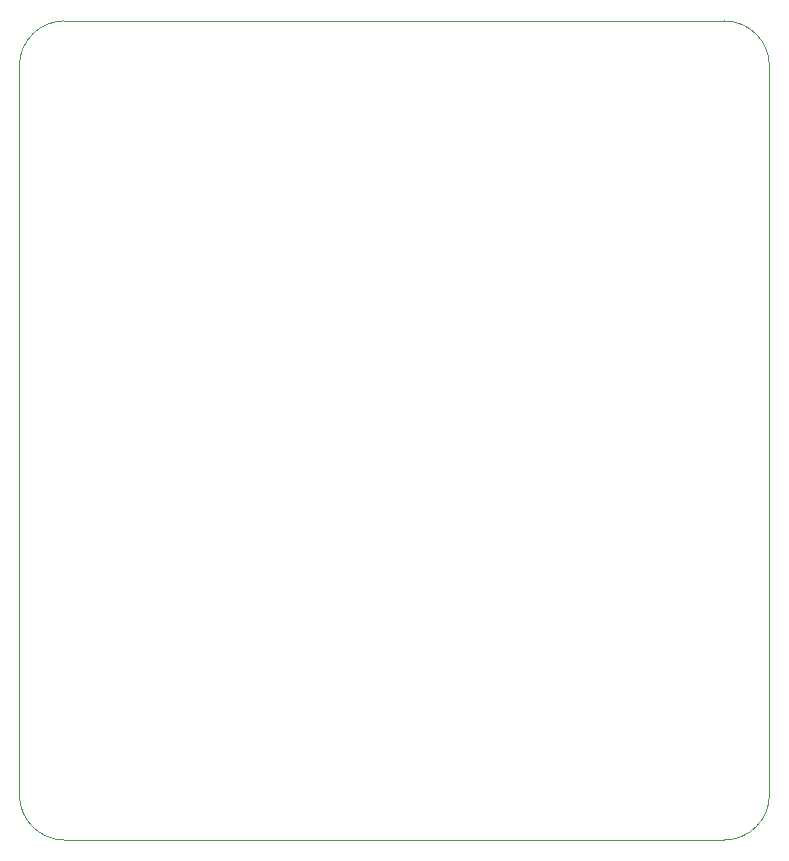
<source format=gbr>
%TF.GenerationSoftware,KiCad,Pcbnew,7.0.10-7.0.10~ubuntu22.04.1*%
%TF.CreationDate,2024-07-18T16:59:02+09:00*%
%TF.ProjectId,TurtlePico,54757274-6c65-4506-9963-6f2e6b696361,rev?*%
%TF.SameCoordinates,Original*%
%TF.FileFunction,Profile,NP*%
%FSLAX46Y46*%
G04 Gerber Fmt 4.6, Leading zero omitted, Abs format (unit mm)*
G04 Created by KiCad (PCBNEW 7.0.10-7.0.10~ubuntu22.04.1) date 2024-07-18 16:59:02*
%MOMM*%
%LPD*%
G01*
G04 APERTURE LIST*
%TA.AperFunction,Profile*%
%ADD10C,0.100000*%
%TD*%
G04 APERTURE END LIST*
D10*
X177546000Y-64770006D02*
X177546000Y-126492000D01*
X117856065Y-60960025D02*
X173736000Y-60960000D01*
X173736000Y-130302000D02*
X117856000Y-130302000D01*
X177546000Y-64770000D02*
G75*
G03*
X173736000Y-60960000I-3810000J0D01*
G01*
X117856065Y-60959987D02*
G75*
G03*
X114045987Y-64770038I-65J-3810013D01*
G01*
X114046000Y-126492000D02*
X114045987Y-64770038D01*
X173736000Y-130302000D02*
G75*
G03*
X177546000Y-126492000I0J3810000D01*
G01*
X114046000Y-126492000D02*
G75*
G03*
X117856000Y-130302000I3810000J0D01*
G01*
M02*

</source>
